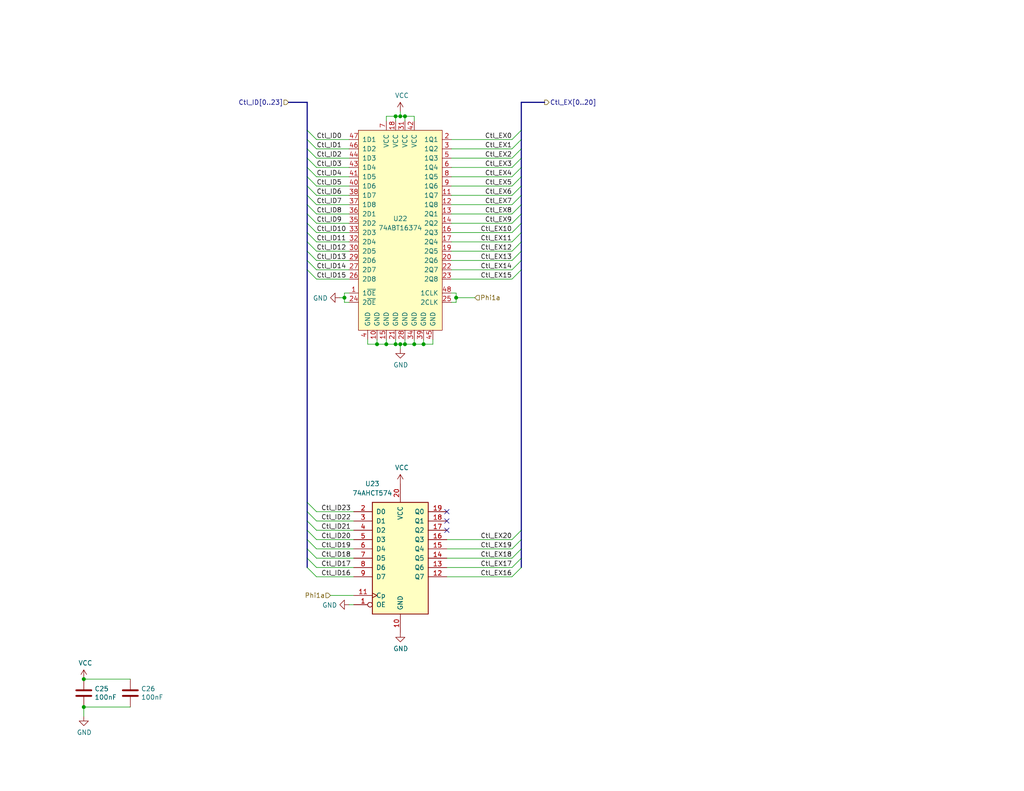
<source format=kicad_sch>
(kicad_sch (version 20211123) (generator eeschema)
  (paper "USLetter")
  (title_block (title "ID/EX Control Register") (date "2022-04-13") (rev "A"))
  (lib_symbols
    (symbol "74xx (kicad5):74ABT16374" (pin_names (offset 1.016))
      (property "Reference" "U" (at 0 1.27 0))
      (property "Value" "74ABT16374" (at 0 -1.27 0))
      (symbol "74ABT16374_0_0"
        (pin input line (at -13.97 -20.32 0) (length 2.54) (name "1~{OE}") (number "1"))
        (pin power_in line (at -6.35 -33.02 90) (length 2.54) (name "GND") (number "10"))
        (pin tri_state line (at 13.97 6.35 180) (length 2.54) (name "1Q7") (number "11"))
        (pin tri_state line (at 13.97 3.81 180) (length 2.54) (name "1Q8") (number "12"))
        (pin tri_state line (at 13.97 1.27 180) (length 2.54) (name "2Q1") (number "13"))
        (pin tri_state line (at 13.97 -1.27 180) (length 2.54) (name "2Q2") (number "14"))
        (pin power_in line (at -3.81 -33.02 90) (length 2.54) (name "GND") (number "15"))
        (pin tri_state line (at 13.97 -3.81 180) (length 2.54) (name "2Q3") (number "16"))
        (pin tri_state line (at 13.97 -6.35 180) (length 2.54) (name "2Q4") (number "17"))
        (pin power_in line (at -1.27 26.67 270) (length 2.54) (name "VCC") (number "18"))
        (pin tri_state line (at 13.97 -8.89 180) (length 2.54) (name "2Q5") (number "19"))
        (pin tri_state line (at 13.97 21.59 180) (length 2.54) (name "1Q1") (number "2"))
        (pin tri_state line (at 13.97 -11.43 180) (length 2.54) (name "2Q6") (number "20"))
        (pin power_in line (at -1.27 -33.02 90) (length 2.54) (name "GND") (number "21"))
        (pin tri_state line (at 13.97 -13.97 180) (length 2.54) (name "2Q7") (number "22"))
        (pin tri_state line (at 13.97 -16.51 180) (length 2.54) (name "2Q8") (number "23"))
        (pin input line (at -13.97 -22.86 0) (length 2.54) (name "2~{OE}") (number "24"))
        (pin input line (at 13.97 -22.86 180) (length 2.54) (name "2CLK") (number "25"))
        (pin input line (at -13.97 -16.51 0) (length 2.54) (name "2D8") (number "26"))
        (pin input line (at -13.97 -13.97 0) (length 2.54) (name "2D7") (number "27"))
        (pin power_in line (at 1.27 -33.02 90) (length 2.54) (name "GND") (number "28"))
        (pin input line (at -13.97 -11.43 0) (length 2.54) (name "2D6") (number "29"))
        (pin tri_state line (at 13.97 19.05 180) (length 2.54) (name "1Q2") (number "3"))
        (pin input line (at -13.97 -8.89 0) (length 2.54) (name "2D5") (number "30"))
        (pin power_in line (at 1.27 26.67 270) (length 2.54) (name "VCC") (number "31"))
        (pin input line (at -13.97 -6.35 0) (length 2.54) (name "2D4") (number "32"))
        (pin input line (at -13.97 -3.81 0) (length 2.54) (name "2D3") (number "33"))
        (pin power_in line (at 3.81 -33.02 90) (length 2.54) (name "GND") (number "34"))
        (pin input line (at -13.97 -1.27 0) (length 2.54) (name "2D2") (number "35"))
        (pin input line (at -13.97 1.27 0) (length 2.54) (name "2D1") (number "36"))
        (pin input line (at -13.97 3.81 0) (length 2.54) (name "1D8") (number "37"))
        (pin input line (at -13.97 6.35 0) (length 2.54) (name "1D7") (number "38"))
        (pin power_in line (at 6.35 -33.02 90) (length 2.54) (name "GND") (number "39"))
        (pin power_in line (at -8.89 -33.02 90) (length 2.54) (name "GND") (number "4"))
        (pin input line (at -13.97 8.89 0) (length 2.54) (name "1D6") (number "40"))
        (pin input line (at -13.97 11.43 0) (length 2.54) (name "1D5") (number "41"))
        (pin power_in line (at 3.81 26.67 270) (length 2.54) (name "VCC") (number "42"))
        (pin input line (at -13.97 13.97 0) (length 2.54) (name "1D4") (number "43"))
        (pin input line (at -13.97 16.51 0) (length 2.54) (name "1D3") (number "44"))
        (pin power_in line (at 8.89 -33.02 90) (length 2.54) (name "GND") (number "45"))
        (pin input line (at -13.97 19.05 0) (length 2.54) (name "1D2") (number "46"))
        (pin input line (at -13.97 21.59 0) (length 2.54) (name "1D1") (number "47"))
        (pin input line (at 13.97 -20.32 180) (length 2.54) (name "1CLK") (number "48"))
        (pin tri_state line (at 13.97 16.51 180) (length 2.54) (name "1Q3") (number "5"))
        (pin tri_state line (at 13.97 13.97 180) (length 2.54) (name "1Q4") (number "6"))
        (pin power_in line (at -3.81 26.67 270) (length 2.54) (name "VCC") (number "7"))
        (pin tri_state line (at 13.97 11.43 180) (length 2.54) (name "1Q5") (number "8"))
        (pin tri_state line (at 13.97 8.89 180) (length 2.54) (name "1Q6") (number "9"))
      )
      (symbol "74ABT16374_0_1"
        (rectangle (start -11.43 24.13) (end 11.43 -30.48) (fill (type background)))
      )
    )
    (symbol "74xx:74LS574" (pin_names (offset 1.016))
      (property "Reference" "U" (at -7.62 16.51 0))
      (property "Value" "74LS574" (at -7.62 -16.51 0))
      (symbol "74LS574_1_0"
        (pin input inverted (at -12.7 -12.7 0) (length 5.08) (name "OE") (number "1"))
        (pin power_in line (at 0 -20.32 90) (length 5.08) (name "GND") (number "10"))
        (pin input clock (at -12.7 -10.16 0) (length 5.08) (name "Cp") (number "11"))
        (pin tri_state line (at 12.7 -5.08 180) (length 5.08) (name "Q7") (number "12"))
        (pin tri_state line (at 12.7 -2.54 180) (length 5.08) (name "Q6") (number "13"))
        (pin tri_state line (at 12.7 0 180) (length 5.08) (name "Q5") (number "14"))
        (pin tri_state line (at 12.7 2.54 180) (length 5.08) (name "Q4") (number "15"))
        (pin tri_state line (at 12.7 5.08 180) (length 5.08) (name "Q3") (number "16"))
        (pin tri_state line (at 12.7 7.62 180) (length 5.08) (name "Q2") (number "17"))
        (pin tri_state line (at 12.7 10.16 180) (length 5.08) (name "Q1") (number "18"))
        (pin tri_state line (at 12.7 12.7 180) (length 5.08) (name "Q0") (number "19"))
        (pin input line (at -12.7 12.7 0) (length 5.08) (name "D0") (number "2"))
        (pin power_in line (at 0 20.32 270) (length 5.08) (name "VCC") (number "20"))
        (pin input line (at -12.7 10.16 0) (length 5.08) (name "D1") (number "3"))
        (pin input line (at -12.7 7.62 0) (length 5.08) (name "D2") (number "4"))
        (pin input line (at -12.7 5.08 0) (length 5.08) (name "D3") (number "5"))
        (pin input line (at -12.7 2.54 0) (length 5.08) (name "D4") (number "6"))
        (pin input line (at -12.7 0 0) (length 5.08) (name "D5") (number "7"))
        (pin input line (at -12.7 -2.54 0) (length 5.08) (name "D6") (number "8"))
        (pin input line (at -12.7 -5.08 0) (length 5.08) (name "D7") (number "9"))
      )
      (symbol "74LS574_1_1"
        (rectangle (start -7.62 15.24) (end 7.62 -15.24) (stroke (width 0.254)) (fill (type background)))
      )
    )
    (symbol "Device:C" (pin_numbers hide) (pin_names (offset 0.254))
      (property "Reference" "C" (at 0.635 2.54 0))
      (property "Value" "C" (at 0.635 -2.54 0))
      (symbol "C_0_1"
        (polyline (pts (xy -2.032 -0.762) (xy 2.032 -0.762)) (stroke (width 0.508)))
        (polyline (pts (xy -2.032 0.762) (xy 2.032 0.762)) (stroke (width 0.508)))
      )
      (symbol "C_1_1"
        (pin passive line (at 0 3.81 270) (length 2.794) (name "~") (number "1"))
        (pin passive line (at 0 -3.81 90) (length 2.794) (name "~") (number "2"))
      )
    )
    (symbol "power:GND" (power) (pin_names (offset 0))
      (property "Value" "GND" (at 0 -3.81 0))
      (symbol "GND_0_1"
        (polyline (pts (xy 0 0) (xy 0 -1.27) (xy 1.27 -1.27) (xy 0 -2.54) (xy -1.27 -1.27) (xy 0 -1.27)))
      )
      (symbol "GND_1_1"
        (pin power_in line (at 0 0 270) (length 0) hide (name "GND") (number "1"))
      )
    )
    (symbol "power:VCC" (power) (pin_names (offset 0))
      (property "Value" "VCC" (at 0 3.81 0))
      (symbol "VCC_0_1"
        (polyline (pts (xy -0.762 1.27) (xy 0 2.54)))
        (polyline (pts (xy 0 0) (xy 0 2.54)))
        (polyline (pts (xy 0 2.54) (xy 0.762 1.27)))
      )
      (symbol "VCC_1_1"
        (pin power_in line (at 0 0 90) (length 0) hide (name "VCC") (number "1"))
      )
    )
  )
  (junction (at 110.49 31.75))
  (junction (at 110.49 93.98))
  (junction (at 107.95 31.75))
  (junction (at 22.86 193.04))
  (junction (at 93.98 81.28))
  (junction (at 22.86 185.42))
  (junction (at 124.46 81.28))
  (junction (at 107.95 93.98))
  (junction (at 109.22 31.75))
  (junction (at 109.22 93.98))
  (junction (at 105.41 93.98))
  (junction (at 102.87 93.98))
  (junction (at 113.03 93.98))
  (junction (at 115.57 93.98))
  (no_connect (at 121.92 139.7))
  (no_connect (at 121.92 142.24))
  (no_connect (at 121.92 144.78))
  (bus_entry (at 142.24 53.34) (size -2.54 2.54))
  (bus_entry (at 83.82 55.88) (size 2.54 2.54))
  (bus_entry (at 142.24 68.58) (size -2.54 2.54))
  (bus_entry (at 83.82 58.42) (size 2.54 2.54))
  (bus_entry (at 142.24 43.18) (size -2.54 2.54))
  (bus_entry (at 83.82 152.4) (size 2.54 2.54))
  (bus_entry (at 83.82 144.78) (size 2.54 2.54))
  (bus_entry (at 142.24 38.1) (size -2.54 2.54))
  (bus_entry (at 142.24 152.4) (size -2.54 2.54))
  (bus_entry (at 142.24 71.12) (size -2.54 2.54))
  (bus_entry (at 142.24 40.64) (size -2.54 2.54))
  (bus_entry (at 83.82 60.96) (size 2.54 2.54))
  (bus_entry (at 83.82 43.18) (size 2.54 2.54))
  (bus_entry (at 83.82 137.16) (size 2.54 2.54))
  (bus_entry (at 83.82 139.7) (size 2.54 2.54))
  (bus_entry (at 83.82 142.24) (size 2.54 2.54))
  (bus_entry (at 142.24 35.56) (size -2.54 2.54))
  (bus_entry (at 83.82 63.5) (size 2.54 2.54))
  (bus_entry (at 142.24 50.8) (size -2.54 2.54))
  (bus_entry (at 142.24 60.96) (size -2.54 2.54))
  (bus_entry (at 83.82 147.32) (size 2.54 2.54))
  (bus_entry (at 83.82 48.26) (size 2.54 2.54))
  (bus_entry (at 83.82 38.1) (size 2.54 2.54))
  (bus_entry (at 142.24 63.5) (size -2.54 2.54))
  (bus_entry (at 83.82 35.56) (size 2.54 2.54))
  (bus_entry (at 83.82 53.34) (size 2.54 2.54))
  (bus_entry (at 83.82 45.72) (size 2.54 2.54))
  (bus_entry (at 83.82 68.58) (size 2.54 2.54))
  (bus_entry (at 142.24 48.26) (size -2.54 2.54))
  (bus_entry (at 142.24 154.94) (size -2.54 2.54))
  (bus_entry (at 142.24 149.86) (size -2.54 2.54))
  (bus_entry (at 142.24 45.72) (size -2.54 2.54))
  (bus_entry (at 142.24 58.42) (size -2.54 2.54))
  (bus_entry (at 83.82 149.86) (size 2.54 2.54))
  (bus_entry (at 142.24 66.04) (size -2.54 2.54))
  (bus_entry (at 142.24 55.88) (size -2.54 2.54))
  (bus_entry (at 142.24 147.32) (size -2.54 2.54))
  (bus_entry (at 83.82 50.8) (size 2.54 2.54))
  (bus_entry (at 142.24 144.78) (size -2.54 2.54))
  (bus_entry (at 83.82 66.04) (size 2.54 2.54))
  (bus_entry (at 83.82 71.12) (size 2.54 2.54))
  (bus_entry (at 83.82 154.94) (size 2.54 2.54))
  (bus_entry (at 83.82 40.64) (size 2.54 2.54))
  (bus_entry (at 83.82 73.66) (size 2.54 2.54))
  (bus_entry (at 142.24 73.66) (size -2.54 2.54))
  (wire (pts (xy 86.36 43.18) (xy 95.25 43.18)))
  (bus (pts (xy 83.82 38.1) (xy 83.82 40.64)))
  (wire (pts (xy 139.7 154.94) (xy 121.92 154.94)))
  (wire (pts (xy 124.46 82.55) (xy 123.19 82.55)))
  (bus (pts (xy 83.82 27.94) (xy 83.82 35.56)))
  (wire (pts (xy 100.33 92.71) (xy 100.33 93.98)))
  (bus (pts (xy 142.24 27.94) (xy 142.24 35.56)))
  (wire (pts (xy 139.7 60.96) (xy 123.19 60.96)))
  (wire (pts (xy 139.7 38.1) (xy 123.19 38.1)))
  (wire (pts (xy 115.57 92.71) (xy 115.57 93.98)))
  (wire (pts (xy 107.95 93.98) (xy 109.22 93.98)))
  (wire (pts (xy 35.56 193.04) (xy 22.86 193.04)))
  (wire (pts (xy 86.36 53.34) (xy 95.25 53.34)))
  (wire (pts (xy 107.95 31.75) (xy 109.22 31.75)))
  (wire (pts (xy 86.36 68.58) (xy 95.25 68.58)))
  (bus (pts (xy 83.82 35.56) (xy 83.82 38.1)))
  (wire (pts (xy 86.36 66.04) (xy 95.25 66.04)))
  (bus (pts (xy 142.24 45.72) (xy 142.24 48.26)))
  (wire (pts (xy 139.7 157.48) (xy 121.92 157.48)))
  (bus (pts (xy 83.82 152.4) (xy 83.82 154.94)))
  (wire (pts (xy 86.36 55.88) (xy 95.25 55.88)))
  (wire (pts (xy 109.22 93.98) (xy 109.22 95.25)))
  (wire (pts (xy 139.7 55.88) (xy 123.19 55.88)))
  (bus (pts (xy 83.82 137.16) (xy 83.82 139.7)))
  (wire (pts (xy 113.03 31.75) (xy 113.03 33.02)))
  (wire (pts (xy 139.7 43.18) (xy 123.19 43.18)))
  (wire (pts (xy 93.98 81.28) (xy 93.98 82.55)))
  (wire (pts (xy 109.22 31.75) (xy 110.49 31.75)))
  (bus (pts (xy 142.24 53.34) (xy 142.24 55.88)))
  (wire (pts (xy 109.22 93.98) (xy 110.49 93.98)))
  (bus (pts (xy 83.82 43.18) (xy 83.82 45.72)))
  (bus (pts (xy 142.24 35.56) (xy 142.24 38.1)))
  (wire (pts (xy 139.7 66.04) (xy 123.19 66.04)))
  (bus (pts (xy 142.24 149.86) (xy 142.24 152.4)))
  (bus (pts (xy 142.24 55.88) (xy 142.24 58.42)))
  (bus (pts (xy 83.82 68.58) (xy 83.82 71.12)))
  (bus (pts (xy 142.24 40.64) (xy 142.24 43.18)))
  (bus (pts (xy 142.24 147.32) (xy 142.24 149.86)))
  (wire (pts (xy 105.41 92.71) (xy 105.41 93.98)))
  (wire (pts (xy 139.7 53.34) (xy 123.19 53.34)))
  (bus (pts (xy 83.82 144.78) (xy 83.82 147.32)))
  (wire (pts (xy 86.36 73.66) (xy 95.25 73.66)))
  (wire (pts (xy 86.36 144.78) (xy 96.52 144.78)))
  (bus (pts (xy 83.82 63.5) (xy 83.82 66.04)))
  (wire (pts (xy 102.87 92.71) (xy 102.87 93.98)))
  (wire (pts (xy 86.36 63.5) (xy 95.25 63.5)))
  (wire (pts (xy 110.49 93.98) (xy 113.03 93.98)))
  (wire (pts (xy 86.36 58.42) (xy 95.25 58.42)))
  (bus (pts (xy 148.59 27.94) (xy 142.24 27.94)))
  (wire (pts (xy 86.36 149.86) (xy 96.52 149.86)))
  (wire (pts (xy 139.7 147.32) (xy 121.92 147.32)))
  (wire (pts (xy 139.7 152.4) (xy 121.92 152.4)))
  (bus (pts (xy 142.24 63.5) (xy 142.24 66.04)))
  (wire (pts (xy 86.36 76.2) (xy 95.25 76.2)))
  (bus (pts (xy 142.24 73.66) (xy 142.24 144.78)))
  (wire (pts (xy 86.36 45.72) (xy 95.25 45.72)))
  (bus (pts (xy 142.24 66.04) (xy 142.24 68.58)))
  (wire (pts (xy 22.86 195.58) (xy 22.86 193.04)))
  (wire (pts (xy 86.36 71.12) (xy 95.25 71.12)))
  (wire (pts (xy 123.19 80.01) (xy 124.46 80.01)))
  (wire (pts (xy 86.36 147.32) (xy 96.52 147.32)))
  (wire (pts (xy 93.98 80.01) (xy 93.98 81.28)))
  (wire (pts (xy 109.22 30.48) (xy 109.22 31.75)))
  (bus (pts (xy 142.24 58.42) (xy 142.24 60.96)))
  (wire (pts (xy 86.36 38.1) (xy 95.25 38.1)))
  (wire (pts (xy 110.49 31.75) (xy 113.03 31.75)))
  (wire (pts (xy 118.11 93.98) (xy 118.11 92.71)))
  (wire (pts (xy 86.36 157.48) (xy 96.52 157.48)))
  (bus (pts (xy 142.24 152.4) (xy 142.24 154.94)))
  (wire (pts (xy 139.7 50.8) (xy 123.19 50.8)))
  (wire (pts (xy 102.87 93.98) (xy 105.41 93.98)))
  (wire (pts (xy 90.17 162.56) (xy 96.52 162.56)))
  (wire (pts (xy 107.95 92.71) (xy 107.95 93.98)))
  (bus (pts (xy 83.82 50.8) (xy 83.82 53.34)))
  (bus (pts (xy 83.82 71.12) (xy 83.82 73.66)))
  (wire (pts (xy 107.95 33.02) (xy 107.95 31.75)))
  (bus (pts (xy 83.82 73.66) (xy 83.82 137.16)))
  (wire (pts (xy 124.46 81.28) (xy 129.54 81.28)))
  (wire (pts (xy 110.49 92.71) (xy 110.49 93.98)))
  (wire (pts (xy 86.36 48.26) (xy 95.25 48.26)))
  (wire (pts (xy 86.36 142.24) (xy 96.52 142.24)))
  (wire (pts (xy 86.36 152.4) (xy 96.52 152.4)))
  (bus (pts (xy 142.24 43.18) (xy 142.24 45.72)))
  (wire (pts (xy 105.41 33.02) (xy 105.41 31.75)))
  (bus (pts (xy 83.82 149.86) (xy 83.82 152.4)))
  (wire (pts (xy 113.03 93.98) (xy 115.57 93.98)))
  (bus (pts (xy 142.24 38.1) (xy 142.24 40.64)))
  (wire (pts (xy 93.98 81.28) (xy 92.71 81.28)))
  (wire (pts (xy 139.7 63.5) (xy 123.19 63.5)))
  (bus (pts (xy 83.82 45.72) (xy 83.82 48.26)))
  (wire (pts (xy 105.41 93.98) (xy 107.95 93.98)))
  (bus (pts (xy 83.82 53.34) (xy 83.82 55.88)))
  (wire (pts (xy 139.7 48.26) (xy 123.19 48.26)))
  (bus (pts (xy 142.24 144.78) (xy 142.24 147.32)))
  (wire (pts (xy 100.33 93.98) (xy 102.87 93.98)))
  (wire (pts (xy 115.57 93.98) (xy 118.11 93.98)))
  (bus (pts (xy 78.74 27.94) (xy 83.82 27.94)))
  (bus (pts (xy 83.82 142.24) (xy 83.82 144.78)))
  (wire (pts (xy 139.7 68.58) (xy 123.19 68.58)))
  (wire (pts (xy 113.03 92.71) (xy 113.03 93.98)))
  (wire (pts (xy 139.7 45.72) (xy 123.19 45.72)))
  (bus (pts (xy 83.82 48.26) (xy 83.82 50.8)))
  (bus (pts (xy 83.82 40.64) (xy 83.82 43.18)))
  (wire (pts (xy 110.49 33.02) (xy 110.49 31.75)))
  (bus (pts (xy 83.82 147.32) (xy 83.82 149.86)))
  (wire (pts (xy 95.25 165.1) (xy 96.52 165.1)))
  (wire (pts (xy 139.7 40.64) (xy 123.19 40.64)))
  (bus (pts (xy 83.82 66.04) (xy 83.82 68.58)))
  (bus (pts (xy 142.24 48.26) (xy 142.24 50.8)))
  (bus (pts (xy 142.24 71.12) (xy 142.24 73.66)))
  (bus (pts (xy 83.82 139.7) (xy 83.82 142.24)))
  (wire (pts (xy 95.25 80.01) (xy 93.98 80.01)))
  (wire (pts (xy 86.36 40.64) (xy 95.25 40.64)))
  (wire (pts (xy 22.86 185.42) (xy 35.56 185.42)))
  (wire (pts (xy 86.36 139.7) (xy 96.52 139.7)))
  (bus (pts (xy 142.24 68.58) (xy 142.24 71.12)))
  (bus (pts (xy 83.82 58.42) (xy 83.82 60.96)))
  (wire (pts (xy 139.7 149.86) (xy 121.92 149.86)))
  (wire (pts (xy 124.46 80.01) (xy 124.46 81.28)))
  (bus (pts (xy 83.82 60.96) (xy 83.82 63.5)))
  (wire (pts (xy 139.7 76.2) (xy 123.19 76.2)))
  (wire (pts (xy 86.36 50.8) (xy 95.25 50.8)))
  (wire (pts (xy 139.7 71.12) (xy 123.19 71.12)))
  (bus (pts (xy 83.82 55.88) (xy 83.82 58.42)))
  (bus (pts (xy 142.24 50.8) (xy 142.24 53.34)))
  (wire (pts (xy 93.98 82.55) (xy 95.25 82.55)))
  (wire (pts (xy 105.41 31.75) (xy 107.95 31.75)))
  (wire (pts (xy 139.7 58.42) (xy 123.19 58.42)))
  (wire (pts (xy 86.36 154.94) (xy 96.52 154.94)))
  (wire (pts (xy 139.7 73.66) (xy 123.19 73.66)))
  (wire (pts (xy 124.46 81.28) (xy 124.46 82.55)))
  (wire (pts (xy 86.36 60.96) (xy 95.25 60.96)))
  (bus (pts (xy 142.24 60.96) (xy 142.24 63.5)))
  (label "Ctl_EX0" (at 139.7 38.1 180))
  (label "Ctl_EX11" (at 139.7 66.04 180))
  (label "Ctl_EX8" (at 139.7 58.42 180))
  (label "Ctl_ID14" (at 86.36 73.66 0))
  (label "Ctl_ID12" (at 86.36 68.58 0))
  (label "Ctl_EX9" (at 139.7 60.96 180))
  (label "Ctl_ID17" (at 87.63 154.94 0))
  (label "Ctl_EX10" (at 139.7 63.5 180))
  (label "Ctl_EX16" (at 139.7 157.48 180))
  (label "Ctl_ID7" (at 86.36 55.88 0))
  (label "Ctl_ID0" (at 86.36 38.1 0))
  (label "Ctl_ID3" (at 86.36 45.72 0))
  (label "Ctl_EX18" (at 139.7 152.4 180))
  (label "Ctl_EX12" (at 139.7 68.58 180))
  (label "Ctl_ID22" (at 87.63 142.24 0))
  (label "Ctl_EX20" (at 139.7 147.32 180))
  (label "Ctl_EX15" (at 139.7 76.2 180))
  (label "Ctl_ID21" (at 87.63 144.78 0))
  (label "Ctl_ID2" (at 86.36 43.18 0))
  (label "Ctl_ID15" (at 86.36 76.2 0))
  (label "Ctl_EX5" (at 139.7 50.8 180))
  (label "Ctl_ID13" (at 86.36 71.12 0))
  (label "Ctl_ID4" (at 86.36 48.26 0))
  (label "Ctl_EX7" (at 139.7 55.88 180))
  (label "Ctl_EX17" (at 139.7 154.94 180))
  (label "Ctl_EX1" (at 139.7 40.64 180))
  (label "Ctl_ID11" (at 86.36 66.04 0))
  (label "Ctl_EX2" (at 139.7 43.18 180))
  (label "Ctl_ID16" (at 87.63 157.48 0))
  (label "Ctl_ID6" (at 86.36 53.34 0))
  (label "Ctl_ID1" (at 86.36 40.64 0))
  (label "Ctl_ID8" (at 86.36 58.42 0))
  (label "Ctl_EX6" (at 139.7 53.34 180))
  (label "Ctl_ID20" (at 87.63 147.32 0))
  (label "Ctl_ID18" (at 87.63 152.4 0))
  (label "Ctl_ID19" (at 87.63 149.86 0))
  (label "Ctl_EX3" (at 139.7 45.72 180))
  (label "Ctl_ID10" (at 86.36 63.5 0))
  (label "Ctl_ID9" (at 86.36 60.96 0))
  (label "Ctl_EX4" (at 139.7 48.26 180))
  (label "Ctl_ID23" (at 87.63 139.7 0))
  (label "Ctl_EX19" (at 139.7 149.86 180))
  (label "Ctl_ID5" (at 86.36 50.8 0))
  (label "Ctl_EX14" (at 139.7 73.66 180))
  (label "Ctl_EX13" (at 139.7 71.12 180))
  (hierarchical_label "Ctl_ID[0..23]" (shape input) (at 78.74 27.94 180))
  (hierarchical_label "Phi1a" (shape input) (at 129.54 81.28 0))
  (hierarchical_label "Ctl_EX[0..20]" (shape output) (at 148.59 27.94 0))
  (hierarchical_label "Phi1a" (shape input) (at 90.17 162.56 180))
  (symbol (lib_id "Device:C") (at 22.86 189.23 0) (unit 1)
    (property "Reference" "C25" (at 25.781 188.0616 0) (effects (justify left)))
    (property "Value" "100nF" (at 25.781 190.373 0) (effects (justify left)))
    (property "Footprint" "Capacitor_SMD:C_0603_1608Metric_Pad1.08x0.95mm_HandSolder" (effects hide))
    (property "Mouser" "https://www.mouser.com/ProductDetail/963-EMK107B7104KAHT" (effects hide))
  )
  (symbol (lib_id "power:VCC") (at 22.86 185.42 0) (unit 1)
    (property "Reference" "#PWR0128" (effects hide))
    (property "Value" "VCC" (at 23.2918 181.0258 0))
  )
  (symbol (lib_id "power:GND") (at 22.86 195.58 0) (unit 1)
    (property "Reference" "#PWR0129" (effects hide))
    (property "Value" "GND" (at 22.987 199.9742 0))
  )
  (symbol (lib_id "Device:C") (at 35.56 189.23 0) (unit 1)
    (property "Reference" "C26" (at 38.481 188.0616 0) (effects (justify left)))
    (property "Value" "100nF" (at 38.481 190.373 0) (effects (justify left)))
    (property "Footprint" "Capacitor_SMD:C_0603_1608Metric_Pad1.08x0.95mm_HandSolder" (effects hide))
    (property "Mouser" "https://www.mouser.com/ProductDetail/963-EMK107B7104KAHT" (effects hide))
  )
  (symbol (lib_id "power:GND") (at 109.22 172.72 0) (unit 1)
    (property "Reference" "#PWR0135" (effects hide))
    (property "Value" "GND" (at 109.347 177.1142 0))
  )
  (symbol (lib_id "power:VCC") (at 109.22 132.08 0) (unit 1)
    (property "Reference" "#PWR0134" (effects hide))
    (property "Value" "VCC" (at 109.6518 127.6858 0))
  )
  (symbol (lib_id "74xx:74LS574") (at 109.22 152.4 0) (unit 1)
    (property "Reference" "U23" (at 101.6 132.08 0))
    (property "Value" "74AHCT574" (at 101.6 134.62 0))
    (property "Footprint" "Package_SO:TSSOP-20_4.4x6.5mm_P0.65mm" (effects hide))
    (property "Datasheet" "http://www.ti.com/lit/gpn/sn74LS574" (effects hide))
    (property "Mouser" "https://www.mouser.com/ProductDetail/Nexperia/74AHCT574PW112?qs=P62ublwmbi85GCU3A0NEsQ%3D%3D" (effects hide))
  )
  (symbol (lib_id "power:GND") (at 95.25 165.1 270) (unit 1)
    (property "Reference" "#PWR0131" (effects hide))
    (property "Value" "GND" (at 91.9988 165.227 90) (effects (justify right)))
  )
  (symbol (lib_id "power:GND") (at 92.71 81.28 270) (unit 1)
    (property "Reference" "#PWR0130" (effects hide))
    (property "Value" "GND" (at 89.4588 81.407 90) (effects (justify right)))
  )
  (symbol (lib_id "power:VCC") (at 109.22 30.48 0) (unit 1)
    (property "Reference" "#PWR0132" (effects hide))
    (property "Value" "VCC" (at 109.6518 26.0858 0))
  )
  (symbol (lib_id "power:GND") (at 109.22 95.25 0) (unit 1)
    (property "Reference" "#PWR0133" (effects hide))
    (property "Value" "GND" (at 109.347 99.6442 0))
  )
  (symbol (lib_id "74xx (kicad5):74ABT16374") (at 109.22 59.69 0) (unit 1)
    (property "Reference" "U22" (at 109.22 59.69 0))
    (property "Value" "74ABT16374" (at 109.22 62.23 0))
    (property "Datasheet" "https://www.ti.com/lit/ds/symlink/sn74abt16374a.pdf?HQS=dis-mous-null-mousermode-dsf-pf-null-wwe&ts=1617318801237" (effects hide))
    (property "Mouser" "https://www.mouser.com/ProductDetail/Texas-Instruments/SN74ABT16374ADGGR?qs=%2Fha2pyFadui8Wf%2F61v2joCyY9bOa3peBR5btn0VUHs8%3D" (effects hide))
  )
)
</source>
